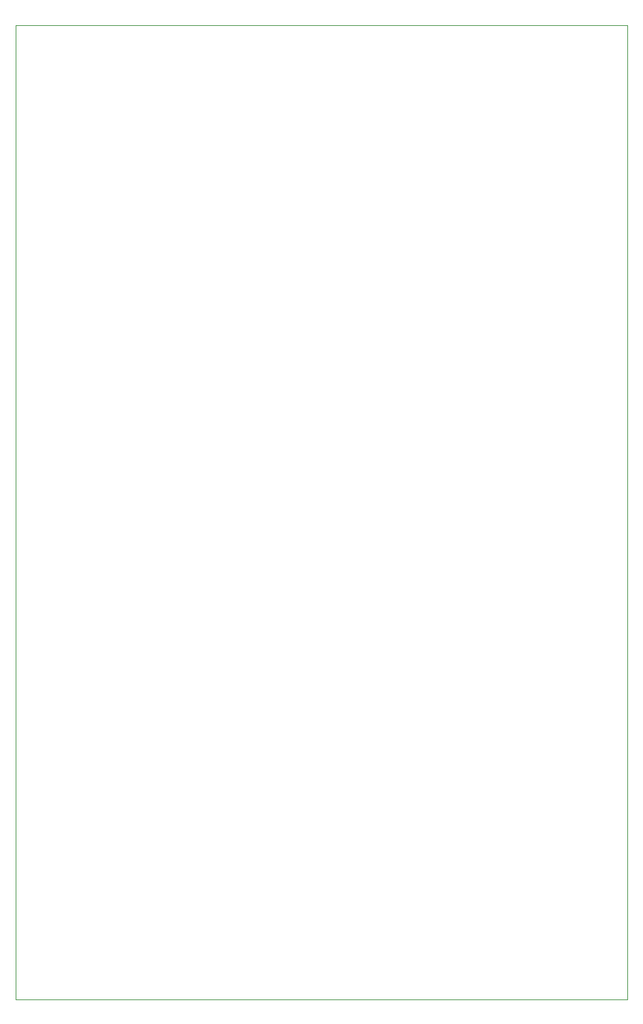
<source format=gbr>
%TF.GenerationSoftware,KiCad,Pcbnew,9.0.7*%
%TF.CreationDate,2026-01-20T00:58:23+01:00*%
%TF.ProjectId,beta-main,62657461-2d6d-4616-996e-2e6b69636164,rev?*%
%TF.SameCoordinates,Original*%
%TF.FileFunction,Profile,NP*%
%FSLAX46Y46*%
G04 Gerber Fmt 4.6, Leading zero omitted, Abs format (unit mm)*
G04 Created by KiCad (PCBNEW 9.0.7) date 2026-01-20 00:58:23*
%MOMM*%
%LPD*%
G01*
G04 APERTURE LIST*
%TA.AperFunction,Profile*%
%ADD10C,0.100000*%
%TD*%
G04 APERTURE END LIST*
D10*
X62000000Y-39500000D02*
X138000000Y-39500000D01*
X138000000Y-160500000D01*
X62000000Y-160500000D01*
X62000000Y-39500000D01*
M02*

</source>
